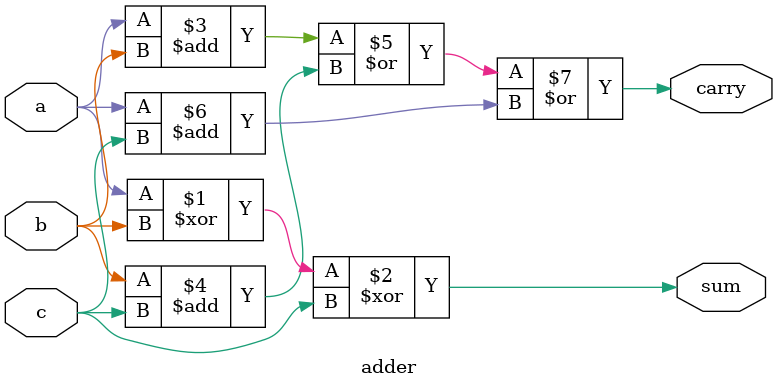
<source format=v>
module adder(a,b,c,sum,carry);
input a,b,c;
output reg sum,carry;

assign sum=a^b^c;
assign carry=(a+b)|(b+c)|(a+c);

endmodule

</source>
